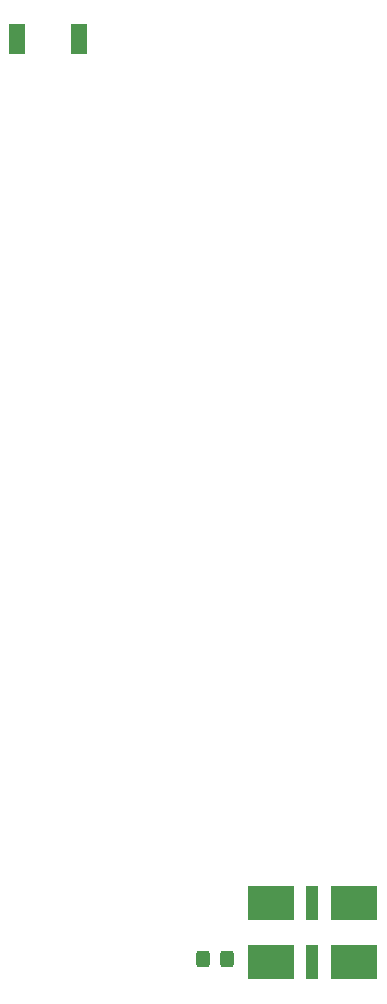
<source format=gbp>
G04 #@! TF.GenerationSoftware,KiCad,Pcbnew,8.0.4-1.fc40*
G04 #@! TF.CreationDate,2024-09-16T09:24:30-07:00*
G04 #@! TF.ProjectId,mrfixit,6d726669-7869-4742-9e6b-696361645f70,rev?*
G04 #@! TF.SameCoordinates,Original*
G04 #@! TF.FileFunction,Paste,Bot*
G04 #@! TF.FilePolarity,Positive*
%FSLAX46Y46*%
G04 Gerber Fmt 4.6, Leading zero omitted, Abs format (unit mm)*
G04 Created by KiCad (PCBNEW 8.0.4-1.fc40) date 2024-09-16 09:24:30*
%MOMM*%
%LPD*%
G01*
G04 APERTURE LIST*
G04 Aperture macros list*
%AMRoundRect*
0 Rectangle with rounded corners*
0 $1 Rounding radius*
0 $2 $3 $4 $5 $6 $7 $8 $9 X,Y pos of 4 corners*
0 Add a 4 corners polygon primitive as box body*
4,1,4,$2,$3,$4,$5,$6,$7,$8,$9,$2,$3,0*
0 Add four circle primitives for the rounded corners*
1,1,$1+$1,$2,$3*
1,1,$1+$1,$4,$5*
1,1,$1+$1,$6,$7*
1,1,$1+$1,$8,$9*
0 Add four rect primitives between the rounded corners*
20,1,$1+$1,$2,$3,$4,$5,0*
20,1,$1+$1,$4,$5,$6,$7,0*
20,1,$1+$1,$6,$7,$8,$9,0*
20,1,$1+$1,$8,$9,$2,$3,0*%
G04 Aperture macros list end*
%ADD10R,4.000000X3.000000*%
%ADD11R,1.000000X3.000000*%
%ADD12RoundRect,0.250000X-0.325000X-0.450000X0.325000X-0.450000X0.325000X0.450000X-0.325000X0.450000X0*%
%ADD13R,1.400000X2.600000*%
G04 APERTURE END LIST*
D10*
G04 #@! TO.C,J1*
X132630000Y-129590000D03*
X132630000Y-134630000D03*
D11*
X129090000Y-129590000D03*
X129090000Y-134630000D03*
D10*
X125550000Y-129590000D03*
X125550000Y-134630000D03*
G04 #@! TD*
D12*
G04 #@! TO.C,R1*
X119825000Y-134310000D03*
X121875000Y-134310000D03*
G04 #@! TD*
D13*
G04 #@! TO.C,D1*
X104120000Y-56480000D03*
X109320000Y-56480000D03*
G04 #@! TD*
M02*

</source>
